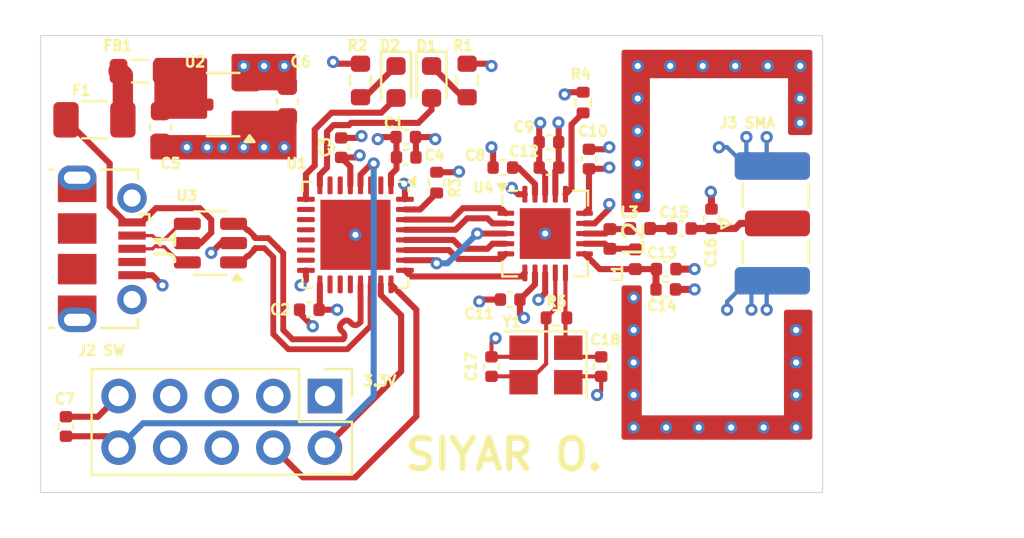
<source format=kicad_pcb>
(kicad_pcb (version 20240108) (generator "pcbnew") (generator_version "8.0")
  (layers (0 "F.Cu" signal) (1 "In1.Cu" power) (2 "In2.Cu" power) (31 "B.Cu" signal) (34 "B.Paste" user) (35 "F.Paste" user) (36 "B.SilkS" user "B.Silkscreen") (37 "F.SilkS" user "F.Silkscreen") (38 "B.Mask" user) (39 "F.Mask" user) (44 "Edge.Cuts" user))
  (net 0 "")
  (net 1 "GND")
  (net 2 "+3.3V")
  (net 3 "NRST")
  (net 4 "Net-(U4-DVDD)")
  (net 5 "nRF_VDD_PA")
  (net 6 "Net-(C15-Pad1)")
  (net 7 "Net-(J3-In)")
  (net 8 "nRF_XC2")
  (net 9 "nRF_XC1")
  (net 10 "+5V")
  (net 11 "Net-(F1-Pad2)")
  (net 16 "USB_conn_DP")
  (net 22 "USB_conn_DN")
  (net 23 "SWCLK")
  (net 25 "SWDIO")
  (net 28 "nRF_ANT1")
  (net 29 "nRF_ANT2")
  (net 30 "/UART2_TX")
  (net 31 "/UART2_RX")
  (net 32 "/Boot0")
  (net 33 "Net-(U4-IREF)")
  (net 34 "SPI3_ICS")
  (net 42 "SPI3_MISO")
  (net 45 "USB_DP")
  (net 46 "SPI3_MOSI")
  (net 47 "NRF_IRQ")
  (net 48 "USB_DN")
  (net 49 "SPI3_SCK")
  (net 54 "NRF_CE")
  (net 55 "/V_in")
  (net 56 "Net-(D1-K)")
  (net 57 "Net-(D2-K)")
  (footprint "Capacitor_SMD:C_0402_1005Metric" (layer "F.Cu") (at 166.03 115)
    (property "Reference" "C12")
    (property "Value" "10nF" (hide yes))
  )
  (footprint "Fuse:Fuse_1206_3216Metric" (layer "F.Cu") (at 143.65 112.65)
    (property "Reference" "F1")
    (property "Value" "100mA" (hide yes))
  )
  (footprint "Capacitor_SMD:C_0402_1005Metric" (layer "F.Cu") (at 171.8 120)
    (property "Reference" "C13")
    (property "Value" "2n2" (hide yes))
  )
  (footprint "Capacitor_SMD:C_0402_1005Metric" (layer "F.Cu") (at 154.23 122 180)
    (property "Reference" "C2")
    (property "Value" "100n" (hide yes))
  )
  (footprint "Capacitor_SMD:C_0402_1005Metric" (layer "F.Cu") (at 171.78 121)
    (property "Reference" "C14")
    (property "Value" "4p7" (hide yes))
  )
  (footprint "Package_DFN_QFN:QFN-20-1EP_4x4mm_P0.5mm_EP2.5x2.5mm" (layer "F.Cu") (at 165.8425 118.25)
    (property "Reference" "U4")
    (property "Value" "NRF24L01" (hide yes))
  )
  (footprint "Inductor_SMD:L_0402_1005Metric" (layer "F.Cu") (at 169.03 118.515 -90)
    (property "Reference" "L2")
    (property "Value" "8n2" (hide yes))
  )
  (footprint "Capacitor_SMD:C_0402_1005Metric" (layer "F.Cu") (at 174.03 117.52 90)
    (property "Reference" "C16")
    (property "Value" "1p" (hide yes))
  )
  (footprint "Capacitor_SMD:C_0603_1608Metric" (layer "F.Cu") (at 153.15 111.75 -90)
    (property "Reference" "C6")
    (property "Value" "1u" (hide yes))
  )
  (footprint "Resistor_SMD:R_0603_1608Metric" (layer "F.Cu") (at 162 110.7125 90)
    (property "Reference" "R1")
    (property "Value" "2k2" (hide yes))
  )
  (footprint "Inductor_SMD:L_0805_2012Metric" (layer "F.Cu") (at 145.9 110.25)
    (property "Reference" "FB1")
    (property "Value" "100 @ 100MHz" (hide yes))
  )
  (footprint "Connector_USB:USB_Micro-B_Molex-105017-0001" (layer "F.Cu") (at 144.0375 119 -90)
    (property "Reference" "J1")
    (property "Value" "USB_B_Micro" (hide yes))
  )
  (footprint "LED_SMD:LED_0603_1608Metric" (layer "F.Cu") (at 158.5 110.7875 -90)
    (property "Reference" "D2")
    (property "Value" "GR" (hide yes))
  )
  (footprint "Crystal:Crystal_SMD_3225-4Pin_3.2x2.5mm" (layer "F.Cu") (at 165.88 124.72 180)
    (property "Reference" "Y1")
    (property "Value" "16MHz" (hide yes))
  )
  (footprint "Resistor_SMD:R_0402_1005Metric" (layer "F.Cu") (at 167.71 111.8 90)
    (property "Reference" "R4")
    (property "Value" "22k" (hide yes))
  )
  (footprint "Resistor_SMD:R_0402_1005Metric" (layer "F.Cu") (at 160.5 115.74 90)
    (property "Reference" "R3")
    (property "Value" "10k" (hide yes))
  )
  (footprint "Connector_PinHeader_2.54mm:PinHeader_2x05_P2.54mm_Vertical" (layer "F.Cu") (at 155 126.25 -90)
    (property "Reference" "J2 SW")
    (property "Value" "SWD_conn" (hide yes))
  )
  (footprint "Capacitor_SMD:C_0402_1005Metric" (layer "F.Cu") (at 172.55 118)
    (property "Reference" "C15")
    (property "Value" "1p5" (hide yes))
  )
  (footprint "Capacitor_SMD:C_0402_1005Metric" (layer "F.Cu") (at 155.8 114.02 90)
    (property "Reference" "C3")
    (property "Value" "100n" (hide yes))
  )
  (footprint "Capacitor_SMD:C_0402_1005Metric" (layer "F.Cu") (at 164.12 121.5 180)
    (property "Reference" "C11")
    (property "Value" "10nF" (hide yes))
  )
  (footprint "LED_SMD:LED_0603_1608Metric" (layer "F.Cu") (at 160.25 110.7875 -90)
    (property "Reference" "D1")
    (property "Value" "YEL" (hide yes))
  )
  (footprint "Resistor_SMD:R_0603_1608Metric" (layer "F.Cu") (at 156.75 110.7125 90)
    (property "Reference" "R2")
    (property "Value" "2k2" (hide yes))
  )
  (footprint "Package_TO_SOT_SMD:SOT-23-3" (layer "F.Cu") (at 149.9875 111.9 180)
    (property "Reference" "U2")
    (property "Value" "XC6206P332MR" (hide yes))
  )
  (footprint "Capacitor_SMD:C_0402_1005Metric" (layer "F.Cu") (at 158.98 113.5)
    (property "Reference" "C1")
    (property "Value" "1u" (hide yes))
  )
  (footprint "Resistor_SMD:R_0402_1005Metric" (layer "F.Cu") (at 166.4 122.4 180)
    (property "Reference" "R5")
    (property "Value" "1M" (hide yes))
  )
  (footprint "Package_TO_SOT_SMD:SOT-23-6" (layer "F.Cu") (at 149.3625 118.7193 180)
    (property "Reference" "U3")
    (property "Value" "USBLC6-2SC6" (hide yes))
  )
  (footprint "Inductor_SMD:L_0402_1005Metric" (layer "F.Cu") (at 170.515 118 180)
    (property "Reference" "L3")
    (property "Value" "3n9" (hide yes))
  )
  (footprint "Capacitor_SMD:C_0402_1005Metric" (layer "F.Cu") (at 142.25 127.75 90)
    (property "Reference" "C7")
    (property "Value" "100n" (hide yes))
  )
  (footprint "Capacitor_SMD:C_0603_1608Metric" (layer "F.Cu") (at 146.9 113 -90)
    (property "Reference" "C5")
    (property "Value" "1u" (hide yes))
  )
  (footprint "Capacitor_SMD:C_0402_1005Metric" (layer "F.Cu") (at 159 114.5)
    (property "Reference" "C4")
    (property "Value" "100n" (hide yes))
  )
  (footprint "Capacitor_SMD:C_0402_1005Metric" (layer "F.Cu") (at 163.76 115 180)
    (property "Reference" "C8")
    (property "Value" "33nF" (hide yes))
  )
  (footprint "Capacitor_SMD:C_0402_1005Metric" (layer "F.Cu") (at 168 114.58 90)
    (property "Reference" "C10")
    (property "Value" "10nF" (hide yes))
  )
  (footprint "Capacitor_SMD:C_0402_1005Metric" (layer "F.Cu") (at 163.2 124.8 90)
    (property "Reference" "C17")
    (property "Value" "12p" (hide yes))
  )
  (footprint "Connector_Coaxial:SMA_Samtec_SMA-J-P-H-ST-EM1_EdgeMount" (layer "F.Cu") (at 177.28 117.75)
    (property "Reference" "J3 SMA")
    (property "Value" "50ohm SMA" (hide yes))
  )
  (footprint "Capacitor_SMD:C_0402_1005Metric" (layer "F.Cu") (at 168.6 124.8 -90)
    (property "Reference" "C18")
    (property "Value" "12p" (hide yes))
  )
  (footprint "Capacitor_SMD:C_0402_1005Metric" (layer "F.Cu") (at 166.03 113.75)
    (property "Reference" "C9")
    (property "Value" "10uF" (hide yes))
  )
  (footprint "Package_DFN_QFN:QFN-32-1EP_5x5mm_P0.5mm_EP3.45x3.45mm" (layer "F.Cu") (at 156.5 118.3125 -90)
    (property "Reference" "U1")
    (property "Value" "STM32L432KBUx" (hide yes))
  )
  (footprint "Inductor_SMD:L_0402_1005Metric" (layer "F.Cu") (at 170.28 119.515 90)
    (property "Reference" "L1")
    (property "Value" "2n7" (hide yes))
  )
  (gr_line (start 141 108.5) (end 179.5 108.5) (stroke (width 0.05)) (layer "Edge.Cuts"))
  (gr_line (start 141 131) (end 141 108.5) (stroke (width 0.05)) (layer "Edge.Cuts"))
  (gr_line (start 179.5 131) (end 141 131) (stroke (width 0.05)) (layer "Edge.Cuts"))
  (gr_line (start 179.5 108.5) (end 179.5 131) (stroke (width 0.05)) (layer "Edge.Cuts"))
  (gr_text "SIYAR O." (at 158.8 130 0) (layer "F.SilkS") (effects (font (size 1.5 1.5) (thickness 0.3) (bold yes)) (justify left bottom)))
  (gr_text "3.3V" (at 156.8 125.8 0) (layer "F.SilkS") (effects (font (size 0.5 0.5) (thickness 0.125) (bold yes)) (justify left bottom)))
  (segment (start 175.825 120.575) (end 175.4 121) (width 0.2) (layer "F.Cu") (net 1))
  (segment (start 160.33 113.5) (end 160.43 113.6) (width 0.3) (layer "F.Cu") (net 1))
  (segment (start 175.75 114.25) (end 175.75 113.5) (width 0.2) (layer "F.Cu") (net 1))
  (segment (start 149.8807 118.7193) (end 149.4 119.2) (width 0.3) (layer "F.Cu") (net 1))
  (segment (start 176.425 120.575) (end 176 121) (width 0.2) (layer "F.Cu") (net 1))
  (segment (start 177.03 114.925) (end 175.725 114.925) (width 0.2) (layer "F.Cu") (net 1))
  (segment (start 163.2 123.6) (end 163.4 123.4) (width 0.2) (layer "F.Cu") (net 1))
  (segment (start 177.03 120.575) (end 177.03 120.72) (width 0.2) (layer "F.Cu") (net 1))
  (segment (start 163.28 114.08) (end 163.2 114) (width 0.3) (layer "F.Cu") (net 1))
  (segment (start 163.28 115) (end 163.28 114.08) (width 0.3) (layer "F.Cu") (net 1))
  (segment (start 153.75 122.1624) (end 154.4 122.8124) (width 0.3) (layer "F.Cu") (net 1))
  (segment (start 145.5 120.3) (end 146.5 120.3) (width 0.3) (layer "F.Cu") (net 1))
  (segment (start 163.2 124.32) (end 163.2 123.6) (width 0.2) (layer "F.Cu") (net 1))
  (segment (start 158.9375 115.8375) (end 158.9 115.8) (width 0.3) (layer "F.Cu") (net 1))
  (segment (start 169 117.027596) (end 169 116.8) (width 0.3) (layer "F.Cu") (net 1))
  (segment (start 174.03 117.04) (end 174.03 116.23) (width 0.3493) (layer "F.Cu") (net 1))
  (segment (start 159.46 113.5) (end 160.33 113.5) (width 0.3) (layer "F.Cu") (net 1))
  (segment (start 176 121) (end 176 122) (width 0.2) (layer "F.Cu") (net 1))
  (segment (start 166.51 115) (end 166.51 113.75) (width 0.3) (layer "F.Cu") (net 1))
  (segment (start 166.3425 115.1675) (end 166.51 115) (width 0.3) (layer "F.Cu") (net 1))
  (segment (start 166.3425 116.3125) (end 166.3425 115.1675) (width 0.3) (layer "F.Cu") (net 1))
  (segment (start 168.6 125.28) (end 167.27 125.28) (width 0.2) (layer "F.Cu") (net 1))
  (segment (start 177.03 114.925) (end 177.575 114.925) (width 0.2) (layer "F.Cu") (net 1))
  (segment (start 155.8 113.54) (end 156.71 113.54) (width 0.3) (layer "F.Cu") (net 1))
  (segment (start 161.57 115.23) (end 161.6 115.2) (width 0.3) (layer "F.Cu") (net 1))
  (segment (start 158.9375 116.5625) (end 158.9375 115.8375) (width 0.3) (layer "F.Cu") (net 1))
  (segment (start 167.71 111.29) (end 166.91 111.29) (width 0.3) (layer "F.Cu") (net 1))
  (segment (start 168.6 125.28) (end 168.6 126) (width 0.2) (layer "F.Cu") (net 1))
  (segment (start 175.725 114.925) (end 175.4 114.6) (width 0.2) (layer "F.Cu") (net 1))
  (segment (start 168.6 126) (end 168.4 126.2) (width 0.2) (layer "F.Cu") (net 1))
  (segment (start 160.5 115.23) (end 161.57 115.23) (width 0.3) (layer "F.Cu") (net 1))
  (segment (start 163.64 121.5) (end 162.7 121.5) (width 0.3) (layer "F.Cu") (net 1))
  (segment (start 146.5 120.3) (end 147 120.8) (width 0.3) (layer "F.Cu") (net 1))
  (segment (start 172.28 120) (end 173.2 120) (width 0.3493) (layer "F.Cu") (net 1))
  (segment (start 176.425 114.925) (end 175.75 114.25) (width 0.2) (layer "F.Cu") (net 1))
  (segment (start 154.0625 120.0625) (end 154.0625 120.5375) (width 0.3) (layer "F.Cu") (net 1))
  (segment (start 155.4875 109.8875) (end 155.4 109.8) (width 0.3) (layer "F.Cu") (net 1))
  (segment (start 167.78 117.75) (end 168.277596 117.75) (width 0.3) (layer "F.Cu") (net 1))
  (segment (start 143.82 127.27) (end 144.84 126.25) (width 0.3) (layer "F.Cu") (net 1))
  (segment (start 177.03 114.78) (end 176.75 114.5) (width 0.2) (layer "F.Cu") (net 1))
  (segment (start 168.9 114.1) (end 169 114) (width 0.3) (layer "F.Cu") (net 1))
  (segment (start 176.425 114.925) (end 176 114.5) (width 0.2) (layer "F.Cu") (net 1))
  (segment (start 164.8425 116.3125) (end 164.5125 116.3125) (width 0.3) (layer "F.Cu") (net 1))
  (segment (start 177.03 120.575) (end 177.075 120.575) (width 0.2) (layer "F.Cu") (net 1))
  (segment (start 166.51 113.75) (end 166.51 112.797726) (width 0.3) (layer "F.Cu") (net 1))
  (segment (start 177.03 120.575) (end 175.825 120.575) (width 0.2) (layer "F.Cu") (net 1))
  (segment (start 150.5 118.7193) (end 149.8807 118.7193) (width 0.3) (layer "F.Cu") (net 1))
  (segment (start 153.75 122) (end 153.75 122.1624) (width 0.3) (layer "F.Cu") (net 1))
  (segment (start 154.0625 120.5375) (end 153.8 120.8) (width 0.3) (layer "F.Cu") (net 1))
  (segment (start 165.8425 121.17674) (end 165.50962 121.50962) (width 0.3) (layer "F.Cu") (net 1))
  (segment (start 166.91 111.29) (end 166.8 111.4) (width 0.3) (layer "F.Cu") (net 1))
  (segment (start 175.825 120.575) (end 174.8 121.6) (width 0.2) (layer "F.Cu") (net 1))
  (segment (start 177.03 120.575) (end 176.425 120.575) (width 0.2) (layer "F.Cu") (net 1))
  (segment (start 163.0875 109.8875) (end 163.2 110) (width 0.3) (layer "F.Cu") (net 1))
  (segment (start 176.75 121) (end 176.75 122) (width 0.2) (layer "F.Cu") (net 1))
  (segment (start 164.5125 116.3125) (end 164.2 116) (width 0.3) (layer "F.Cu") (net 1))
  (segment (start 162 109.8875) (end 163.0875 109.8875) (width 0.3) (layer "F.Cu") (net 1))
  (segment (start 163.2 124.32) (end 164.33 124.32) (width 0.2) (layer "F.Cu") (net 1))
  (segment (start 174.8 114) (end 174.4 114) (width 0.2) (layer "F.Cu") (net 1))
  (segment (start 162.7 121.5) (end 162.6 121.6) (width 0.3) (layer "F.Cu") (net 1))
  (segment (start 177.03 114.925) (end 176.425 114.925) (width 0.2) (layer "F.Cu") (net 1))
  (segment (start 177.075 120.575) (end 177.5 121) (width 0.2) (layer "F.Cu") (net 1))
  (segment (start 156.75 109.8875) (end 155.4875 109.8875) (width 0.3) (layer "F.Cu") (net 1))
  (segment (start 176.75 114.5) (end 176.75 113.5) (width 0.2) (layer "F.Cu") (net 1))
  (segment (start 168 114.1) (end 168.9 114.1) (width 0.3) (layer "F.Cu") (net 1))
  (segment (start 175.725 114.925) (end 174.8 114) (width 0.2) (layer "F.Cu") (net 1))
  (segment (start 177.03 114.72) (end 177.25 114.5) (width 0.2) (layer "F.Cu") (net 1))
  (segment (start 177.03 114.925) (end 177.03 114.78) (width 0.2) (layer "F.Cu") (net 1))
  (segment (start 159.48 113.52) (end 159.46 113.5) (width 0.3) (layer "F.Cu") (net 1))
  (segment (start 174.8 121.6) (end 174.8 122) (width 0.2) (layer "F.Cu") (net 1))
  (segment (start 166.51 112.797726) (end 166.497017 112.784743) (width 0.3) (layer "F.Cu") (net 1))
  (segment (start 164.33 124.32) (end 164.78 123.87) (width 0.2) (layer "F.Cu") (net 1))
  (segment (start 177.03 120.72) (end 176.75 121) (width 0.2) (layer "F.Cu") (net 1))
  (segment (start 156.71 113.54) (end 156.8 113.45) (width 0.3) (layer "F.Cu") (net 1))
  (segment (start 142.25 127.27) (end 143.82 127.27) (width 0.3) (layer "F.Cu") (net 1))
  (segment (start 165.8425 120.1875) (end 165.8425 121.17674) (width 0.3) (layer "F.Cu") (net 1))
  (segment (start 159.48 114.5) (end 159.48 113.52) (width 0.3) (layer "F.Cu") (net 1))
  (segment (start 172.26 121) (end 173.2 121) (width 0.3493) (layer "F.Cu") (net 1))
  (segment (start 168.277596 117.75) (end 169 117.027596) (width 0.3) (layer "F.Cu") (net 1))
  (segment (start 167.27 125.28) (end 166.98 125.57) (width 0.2) (layer "F.Cu") (net 1))
  (segment (start 177.03 114.925) (end 177.03 114.72) (width 0.2) (layer "F.Cu") (net 1))
  (segment (start 177.575 114.925) (end 178 114.5) (width 0.2) (layer "F.Cu") (net 1))
  (segment (start 174.03 116.23) (end 174 116.2) (width 0.3493) (layer "F.Cu") (net 1))
  (via (at 175.75 113.5) (size 0.6) (drill 0.3) (layers "F.Cu" "B.Cu") (net 1))
  (via (at 176.8 110) (size 0.6) (drill 0.3) (layers "F.Cu" "B.Cu") (net 1))
  (via (at 169 114) (size 0.6) (drill 0.3) (layers "F.Cu" "B.Cu") (net 1))
  (via (at 176.6 127.8) (size 0.6) (drill 0.3) (layers "F.Cu" "B.Cu") (net 1))
  (via (at 166.8 111.4) (size 0.6) (drill 0.3) (layers "F.Cu" "B.Cu") (net 1))
  (via (at 170.2 127.8) (size 0.6) (drill 0.3) (layers "F.Cu" "B.Cu") (net 1))
  (via (at 165.8425 118.25) (size 0.6) (drill 0.3) (layers "F.Cu" "B.Cu") (net 1))
  (via (at 165.50962 121.50962) (size 0.6) (drill 0.3) (layers "F.Cu" "B.Cu") (net 1))
  (via (at 174.8 122) (size 0.6) (drill 0.3) (layers "F.Cu" "B.Cu") (net 1))
  (via (at 152 114) (size 0.6) (drill 0.3) (layers "F.Cu" "B.Cu") (net 1))
  (via (at 178.4 112.8) (size 0.6) (drill 0.3) (layers "F.Cu" "B.Cu") (net 1))
  (via (at 149.4 119.2) (size 0.6) (drill 0.3) (layers "F.Cu" "B.Cu") (net 1))
  (via (at 173.6 110) (size 0.6) (drill 0.3) (layers "F.Cu" "B.Cu") (net 1))
  (via (at 158.9 115.8) (size 0.6) (drill 0.3) (layers "F.Cu" "B.Cu") (net 1))
  (via (at 170.4 111.6) (size 0.6) (drill 0.3) (layers "F.Cu" "B.Cu") (net 1))
  (via (at 178.4 111.6) (size 0.6) (drill 0.3) (layers "F.Cu" "B.Cu") (net 1))
  (via (at 163.2 114) (size 0.6) (drill 0.3) (layers "F.Cu" "B.Cu") (net 1))
  (via (at 153 114) (size 0.6) (drill 0.3) (layers "F.Cu" "B.Cu") (net 1))
  (via (at 162.6 121.6) (size 0.6) (drill 0.3) (layers "F.Cu" "B.Cu") (net 1))
  (via (at 170.2 124.6) (size 0.6) (drill 0.3) (layers "F.Cu" "B.Cu") (net 1))
  (via (at 169 116.8) (size 0.6) (drill 0.3) (layers "F.Cu" "B.Cu") (net 1))
  (via (at 156.5 118.3125) (size 0.6) (drill 0.3) (layers "F.Cu" "B.Cu") (net 1))
  (via (at 155.4 109.8) (size 0.6) (drill 0.3) (layers "F.Cu" "B.Cu") (net 1))
  (via (at 154.4 122.8124) (size 0.6) (drill 0.3) (layers "F.Cu" "B.Cu") (net 1))
  (via (at 147 120.8) (size 0.6) (drill 0.3) (layers "F.Cu" "B.Cu") (net 1))
  (via (at 160.43 113.6) (size 0.6) (drill 0.3) (layers "F.Cu" "B.Cu") (net 1))
  (via (at 170.2 123) (size 0.6) (drill 0.3) (layers "F.Cu" "B.Cu") (net 1))
  (via (at 178.2 126.2) (size 0.6) (drill 0.3) (layers "F.Cu" "B.Cu") (net 1))
  (via (at 173.2 121) (size 0.6) (drill 0.3) (layers "F.Cu" "B.Cu") (net 1))
  (via (at 161.6 115.2) (size 0.6) (drill 0.3) (layers "F.Cu" "B.Cu") (net 1))
  (via (at 173.4 127.8) (size 0.6) (drill 0.3) (layers "F.Cu" "B.Cu") (net 1))
  (via (at 178.2 127.8) (size 0.6) (drill 0.3) (layers "F.Cu" "B.Cu") (net 1))
  (via (at 170.4 116.4) (size 0.6) (drill 0.3) (layers "F.Cu" "B.Cu") (net 1))
  (via (at 170.2 121.4) (size 0.6) (drill 0.3) (layers "F.Cu" "B.Cu") (net 1))
  (via (at 170.4 113.2) (size 0.6) (drill 0.3) (layers "F.Cu" "B.Cu") (net 1))
  (via (at 175 127.8) (size 0.6) (drill 0.3) (layers "F.Cu" "B.Cu") (net 1))
  (via (at 168.4 126.2) (size 0.6) (drill 0.3) (layers "F.Cu" "B.Cu") (net 1))
  (via (at 150 114) (size 0.6) (drill 0.3) (layers "F.Cu" "B.Cu") (net 1))
  (via (at 171.8 127.8) (size 0.6) (drill 0.3) (layers "F.Cu" "B.Cu") (net 1))
  (via (at 170.4 114.8) (size 0.6) (drill 0.3) (layers "F.Cu" "B.Cu") (net 1))
  (via (at 174 116.2) (size 0.6) (drill 0.3) (layers "F.Cu" "B.Cu") (net 1))
  (via (at 170.4 110) (size 0.6) (drill 0.3) (layers "F.Cu" "B.Cu") (net 1))
  (via (at 153.8 120.8) (size 0.6) (drill 0.3) (layers "F.Cu" "B.Cu") (net 1))
  (via (at 149.2 114) (size 0.6) (drill 0.3) (layers "F.Cu" "B.Cu") (net 1))
  (via (at 163.4 123.4) (size 0.6) (drill 0.3) (layers "F.Cu" "B.Cu") (net 1))
  (via (at 178.2 123) (size 0.6) (drill 0.3) (layers "F.Cu" "B.Cu") (net 1))
  (via (at 156.8 113.45) (size 0.6) (drill 0.3) (layers "F.Cu" "B.Cu") (net 1))
  (via (at 178.4 110) (size 0.6) (drill 0.3) (layers "F.Cu" "B.Cu") (net 1))
  (via (at 164.2 116) (size 0.6) (drill 0.3) (layers "F.Cu" "B.Cu") (net 1))
  (via (at 175.2 110) (size 0.6) (drill 0.3) (layers "F.Cu" "B.Cu") (net 1))
  (via (at 163.2 110) (size 0.6) (drill 0.3) (layers "F.Cu" "B.Cu") (net 1))
  (via (at 178.2 124.6) (size 0.6) (drill 0.3) (layers "F.Cu" "B.Cu") (net 1))
  (via (at 148.2 114) (size 0.6) (drill 0.3) (layers "F.Cu" "B.Cu") (net 1))
  (via (at 170.2 126.2) (size 0.6) (drill 0.3) (layers "F.Cu" "B.Cu") (net 1))
  (via (at 176.75 113.5) (size 0.6) (drill 0.3) (layers "F.Cu" "B.Cu") (net 1))
  (via (at 151 114) (size 0.6) (drill 0.3) (layers "F.Cu" "B.Cu") (net 1))
  (via (at 173.2 120) (size 0.6) (drill 0.3) (layers "F.Cu" "B.Cu") (net 1))
  (via (at 166.497017 112.784743) (size 0.6) (drill 0.3) (layers "F.Cu" "B.Cu") (net 1))
  (via (at 174.4 114) (size 0.6) (drill 0.3) (layers "F.Cu" "B.Cu") (net 1))
  (via (at 176 122) (size 0.6) (drill 0.3) (layers "F.Cu" "B.Cu") (net 1))
  (via (at 172 110) (size 0.6) (drill 0.3) (layers "F.Cu" "B.Cu") (net 1))
  (via (at 176.75 122) (size 0.6) (drill 0.3) (layers "F.Cu" "B.Cu") (net 1))
  (segment (start 174.8 114) (end 174.4 114) (width 0.2) (layer "B.Cu") (net 1))
  (segment (start 177.03 114.925) (end 176.175 114.925) (width 0.2) (layer "B.Cu") (net 1))
  (segment (start 176.75 121) (end 177.03 120.72) (width 0.2) (layer "B.Cu") (net 1))
  (segment (start 175.825 120.575) (end 174.8 121.6) (width 0.2) (layer "B.Cu") (net 1))
  (segment (start 176 121) (end 176.425 120.575) (width 0.2) (layer "B.Cu") (net 1))
  (segment (start 177.03 114.925) (end 177.03 114.78) (width 0.2) (layer "B.Cu") (net 1))
  (segment (start 177.5 121) (end 177.075 120.575) (width 0.2) (layer "B.Cu") (net 1))
  (segment (start 176.75 114.5) (end 176.75 113.5) (width 0.2) (layer "B.Cu") (net 1))
  (segment (start 175.75 114.5) (end 175.75 113.5) (width 0.2) (layer "B.Cu") (net 1))
  (segment (start 176.75 114.5) (end 177.03 114.78) (width 0.2) (layer "B.Cu") (net 1))
  (segment (start 177.03 120.575) (end 176.425 120.575) (width 0.2) (layer "B.Cu") (net 1))
  (segment (start 175.75 114.5) (end 176.175 114.925) (width 0.2) (layer "B.Cu") (net 1))
  (segment (start 177.5 114.5) (end 177.075 114.925) (width 0.2) (layer "B.Cu") (net 1))
  (segment (start 176.75 121) (end 176.75 122) (width 0.2) (layer "B.Cu") (net 1))
  (segment (start 175.725 114.925) (end 174.8 114) (width 0.2) (layer "B.Cu") (net 1))
  (segment (start 176 121) (end 176 122) (width 0.2) (layer "B.Cu") (net 1))
  (segment (start 177.03 114.925) (end 175.725 114.925) (width 0.2) (layer "B.Cu") (net 1))
  (segment (start 177.03 120.575) (end 177.03 120.72) (width 0.2) (layer "B.Cu") (net 1))
  (segment (start 177.03 114.925) (end 177.075 114.925) (width 0.2) (layer "B.Cu") (net 1))
  (segment (start 177.03 120.575) (end 175.825 120.575) (width 0.2) (layer "B.Cu") (net 1))
  (segment (start 177.03 120.575) (end 177.075 120.575) (width 0.2) (layer "B.Cu") (net 1))
  (segment (start 174.8 121.6) (end 174.8 122) (width 0.2) (layer "B.Cu") (net 1))
  (segment (start 154.75 121.96) (end 154.71 122) (width 0.3) (layer "F.Cu") (net 2))
  (segment (start 165.8425 115.2925) (end 165.55 115) (width 0.3) (layer "F.Cu") (net 2))
  (segment (start 165.8425 116.3125) (end 165.8425 115.2925) (width 0.3) (layer "F.Cu") (net 2))
  (segment (start 154.75 120.75) (end 154.75 121.96) (width 0.3) (layer "F.Cu") (net 2))
  (segment (start 158.25 115.875) (end 158.25 115.35) (width 0.3) (layer "F.Cu") (net 2))
  (segment (start 164.6 121.5) (end 164.6 122.2) (width 0.3) (layer "F.Cu") (net 2))
  (segment (start 165.55 115) (end 165.55 113.75) (width 0.3) (layer "F.Cu") (net 2))
  (segment (start 155.8 114.5) (end 156.606711 114.5) (width 0.3) (layer "F.Cu") (net 2))
  (segment (start 165.3425 120.1875) (end 165.3425 120.7575) (width 0.3) (layer "F.Cu") (net 2))
  (segment (start 164.6 122.2) (end 164.8 122.4) (width 0.3) (layer "F.Cu") (net 2))
  (segment (start 158.52 115.08) (end 158.52 114.5) (width 0.3) (layer "F.Cu") (net 2))
  (segment (start 165.3425 120.7575) (end 164.6 121.5) (width 0.3) (layer "F.Cu") (net 2))
  (segment (start 156.606711 114.5) (end 156.707821 114.39889) (width 0.3) (layer "F.Cu") (net 2))
  (segment (start 158.52 113.52) (end 158.5 113.5) (width 0.3) (layer "F.Cu") (net 2))
  (segment (start 168 115.06) (end 168 117.03) (width 0.3) (layer "F.Cu") (net 2))
  (segment (start 157.7 113.5) (end 157.6 113.6) (width 0.3) (layer "F.Cu") (net 2))
  (segment (start 158.5 113.5) (end 157.7 113.5) (width 0.3) (layer "F.Cu") (net 2))
  (segment (start 168.94 115.06) (end 169 115) (width 0.3) (layer "F.Cu") (net 2))
  (segment (start 154.71 122) (end 155.6 122) (width 0.3) (layer "F.Cu") (net 2))
  (segment (start 158.25 115.35) (end 158.52 115.08) (width 0.3) (layer "F.Cu") (net 2))
  (segment (start 156.25 115.875) (end 156.25 114.95) (width 0.3) (layer "F.Cu") (net 2))
  (segment (start 165.55 113.75) (end 165.55 112.85) (width 0.3) (layer "F.Cu") (net 2))
  (segment (start 158.52 114.5) (end 158.52 113.52) (width 0.3) (layer "F.Cu") (net 2))
  (segment (start 156.25 114.95) (end 155.8 114.5) (width 0.3) (layer "F.Cu") (net 2))
  (segment (start 168 117.03) (end 167.78 117.25) (width 0.3) (layer "F.Cu") (net 2))
  (segment (start 168 115.06) (end 168.94 115.06) (width 0.3) (layer "F.Cu") (net 2))
  (segment (start 165.55 112.85) (end 165.6 112.8) (width 0.3) (layer "F.Cu") (net 2))
  (via (at 157.6 113.6) (size 0.6) (drill 0.3) (layers "F.Cu" "B.Cu") (net 2))
  (via (at 164.8 122.4) (size 0.6) (drill 0.3) (layers "F.Cu" "B.Cu") (net 2))
  (via (at 151 110) (size 0.6) (drill 0.3) (layers "F.Cu" "B.Cu") (net 2))
  (via (at 152 110) (size 0.6) (drill 0.3) (layers "F.Cu" "B.Cu") (net 2))
  (via (at 155.6 122) (size 0.6) (drill 0.3) (layers "F.Cu" "B.Cu") (net 2))
  (via (at 165.6 112.8) (size 0.6) (drill 0.3) (layers "F.Cu" "B.Cu") (net 2))
  (via (at 153 110) (size 0.6) (drill 0.3) (layers "F.Cu" "B.Cu") (net 2))
  (via (at 156.707821 114.39889) (size 0.6) (drill 0.3) (layers "F.Cu" "B.Cu") (net 2))
  (via (at 169 115) (size 0.6) (drill 0.3) (layers "F.Cu" "B.Cu") (net 2))
  (segment (start 156.75 115.352404) (end 157.302404 114.8) (width 0.3) (layer "F.Cu") (net 3))
  (segment (start 156.75 115.875) (end 156.75 115.352404) (width 0.3) (layer "F.Cu") (net 3))
  (segment (start 142.25 128.23) (end 144.28 128.23) (width 0.3) (layer "F.Cu") (net 3))
  (segment (start 157.302404 114.8) (end 157.4 114.8) (width 0.3) (layer "F.Cu") (net 3))
  (segment (start 144.28 128.23) (end 144.84 128.79) (width 0.3) (layer "F.Cu") (net 3))
  (via (at 157.4 114.8) (size 0.6) (drill 0.3) (layers "F.Cu" "B.Cu") (net 3))
  (segment (start 146.04 127.59) (end 144.84 128.79) (width 0.3) (layer "B.Cu") (net 3))
  (segment (start 157.4 126.25) (end 156.06 127.59) (width 0.3) (layer "B.Cu") (net 3))
  (segment (start 156.06 127.59) (end 146.04 127.59) (width 0.3) (layer "B.Cu") (net 3))
  (segment (start 157.4 114.8) (end 157.4 126.25) (width 0.3) (layer "B.Cu") (net 3))
  (segment (start 165.3425 116.3125) (end 165.3425 115.814904) (width 0.3) (layer "F.Cu") (net 4))
  (segment (start 164.527596 115) (end 164.24 115) (width 0.3) (layer "F.Cu") (net 4))
  (segment (start 165.3425 115.814904) (end 164.527596 115) (width 0.3) (layer "F.Cu") (net 4))
  (segment (start 170.28 120) (end 171.32 120) (width 0.3) (layer "F.Cu") (net 5))
  (segment (start 171.3 120.02) (end 171.32 120) (width 0.3493) (layer "F.Cu") (net 5))
  (segment (start 171.3 121) (end 171.3 120.02) (width 0.3493) (layer "F.Cu") (net 5))
  (segment (start 167.78 119.25) (end 168.53 120) (width 0.3) (layer "F.Cu") (net 5))
  (segment (start 168.53 120) (end 170.28 120) (width 0.3) (layer "F.Cu") (net 5))
  (segment (start 172.07 118) (end 171 118) (width 0.3493) (layer "F.Cu") (net 6))
  (segment (start 175.45 117.75) (end 175.2 118) (width 0.3493) (layer "F.Cu") (net 7))
  (segment (start 177.28 117.75) (end 175.45 117.75) (width 0.3493) (layer "F.Cu") (net 7))
  (segment (start 174.03 118) (end 173.03 118) (width 0.3493) (layer "F.Cu") (net 7))
  (segment (start 175.2 118) (end 174.03 118) (width 0.3493) (layer "F.Cu") (net 7))
  (segment (start 164.49 125.28) (end 164.78 125.57) (width 0.2) (layer "F.Cu") (net 8))
  (segment (start 166.3425 120.1875) (end 166.3425 121.9475) (width 0.2) (layer "F.Cu") (net 8))
  (segment (start 164.98 125.57) (end 164.78 125.57) (width 0.2) (layer "F.Cu") (net 8))
  (segment (start 163.2 125.28) (end 164.49 125.28) (width 0.2) (layer "F.Cu") (net 8))
  (segment (start 165.89 122.4) (end 165.89 124.66) (width 0.2) (layer "F.Cu") (net 8))
  (segment (start 165.89 124.66) (end 164.98 125.57) (width 0.2) (layer "F.Cu") (net 8))
  (segment (start 166.3425 121.9475) (end 165.89 122.4) (width 0.2) (layer "F.Cu") (net 8))
  (segment (start 166.8425 120.1875) (end 166.8425 123.7325) (width 0.2) (layer "F.Cu") (net 9))
  (segment (start 167.43 124.32) (end 166.98 123.87) (width 0.2) (layer "F.Cu") (net 9))
  (segment (start 168.6 124.32) (end 167.43 124.32) (width 0.2) (layer "F.Cu") (net 9))
  (segment (start 166.8425 123.7325) (end 166.98 123.87) (width 0.2) (layer "F.Cu") (net 9))
  (segment (start 149.4 117.570538) (end 148.829462 117) (width 0.3) (layer "F.Cu") (net 10))
  (segment (start 145.17972 117.7) (end 144.4 116.92028) (width 0.3) (layer "F.Cu") (net 10))
  (segment (start 149.4 118.206799) (end 149.4 117.570538) (width 0.3) (layer "F.Cu") (net 10))
  (segment (start 144.4 116.92028) (end 144.4 114.8) (width 0.3) (layer "F.Cu") (net 10))
  (segment (start 148.829462 117) (end 146.675 117) (width 0.3) (layer "F.Cu") (net 10))
  (segment (start 145.975 117.7) (end 145.5 117.7) (width 0.3) (layer "F.Cu") (net 10))
  (segment (start 146.675 117) (end 145.975 117.7) (width 0.3) (layer "F.Cu") (net 10))
  (segment (start 148.887499 118.7193) (end 149.4 118.206799) (width 0.3) (layer "F.Cu") (net 10))
  (segment (start 145.5 117.7) (end 145.17972 117.7) (width 0.3) (layer "F.Cu") (net 10))
  (segment (start 144.4 114.8) (end 142.25 112.65) (width 0.3) (layer "F.Cu") (net 10))
  (segment (start 148.225 118.7193) (end 148.887499 118.7193) (width 0.3) (layer "F.Cu") (net 10))
  (segment (start 145.05 110.4625) (end 144.8375 110.25) (width 1) (layer "F.Cu") (net 11))
  (segment (start 145.05 112.65) (end 145.05 110.4625) (width 1) (layer "F.Cu") (net 11))
  (segment (start 146.761699 118.9) (end 146.717399 118.8557) (width 0.1582) (layer "F.Cu") (net 16))
  (segment (start 146.717399 118.8557) (end 146.656801 118.8557) (width 0.1582) (layer "F.Cu") (net 16))
  (segment (start 148.225 119.6693) (end 147.8625 119.6693) (width 0.1582) (layer "F.Cu") (net 16))
  (segment (start 146.512501 119) (end 145.5 119) (width 0.1582) (layer "F.Cu") (net 16))
  (segment (start 147.8625 119.6693) (end 147.0932 118.9) (width 0.1582) (layer "F.Cu") (net 16))
  (segment (start 146.656801 118.8557) (end 146.512501 119) (width 0.1582) (layer "F.Cu") (net 16))
  (segment (start 147.0932 118.9) (end 146.761699 118.9) (width 0.1582) (layer "F.Cu") (net 16))
  (segment (start 146.8557 118.4943) (end 146.656801 118.4943) (width 0.1582) (layer "F.Cu") (net 22))
  (segment (start 146.512501 118.35) (end 145.5 118.35) (width 0.1582) (layer "F.Cu") (net 22))
  (segment (start 147.0932 118.5386) (end 146.9 118.5386) (width 0.1582) (layer "F.Cu") (net 22))
  (segment (start 148.225 117.7693) (end 147.8625 117.7693) (width 0.1582) (layer "F.Cu") (net 22))
  (segment (start 146.9 118.5386) (end 146.8557 118.4943) (width 0.1582) (layer "F.Cu") (net 22))
  (segment (start 146.656801 118.4943) (end 146.512501 118.35) (width 0.1582) (layer "F.Cu") (net 22))
  (segment (start 147.8625 117.7693) (end 147.0932 118.5386) (width 0.1582) (layer "F.Cu") (net 22))
  (segment (start 159.5 122) (end 159.5 127.25) (width 0.3) (layer "F.Cu") (net 23))
  (segment (start 159.5 127.25) (end 156.5 130.25) (width 0.3) (layer "F.Cu") (net 23))
  (segment (start 156.5 130.25) (end 153.92 130.25) (width 0.3) (layer "F.Cu") (net 23))
  (segment (start 153.92 130.25) (end 152.46 128.79) (width 0.3) (layer "F.Cu") (net 23))
  (segment (start 158.25 120.75) (end 159.5 122) (width 0.3) (layer "F.Cu") (net 23))
  (segment (start 158.75 125.04) (end 155 128.79) (width 0.3) (layer "F.Cu") (net 25))
  (segment (start 157.75 120.75) (end 157.75 121.272596) (width 0.3) (layer "F.Cu") (net 25))
  (segment (start 158.75 122.272596) (end 158.75 125.04) (width 0.3) (layer "F.Cu") (net 25))
  (segment (start 157.75 121.272596) (end 158.75 122.272596) (width 0.3) (layer "F.Cu") (net 25))
  (segment (start 170.25 119) (end 170.28 119.03) (width 0.3) (layer "F.Cu") (net 28))
  (segment (start 168.78 118.75) (end 167.78 118.75) (width 0.3) (layer "F.Cu") (net 28))
  (segment (start 169.03 119) (end 168.78 118.75) (width 0.3) (layer "F.Cu") (net 28))
  (segment (start 169.03 119) (end 170.25 119) (width 0.3) (layer "F.Cu") (net 28))
  (segment (start 169.03 118.03) (end 168.81 118.25) (width 0.3) (layer "F.Cu") (net 29))
  (segment (start 168.81 118.25) (end 167.78 118.25) (width 0.3) (layer "F.Cu") (net 29))
  (segment (start 170 118.03) (end 170.03 118) (width 0.3) (layer "F.Cu") (net 29))
  (segment (start 169.03 118.03) (end 170 118.03) (width 0.3) (layer "F.Cu") (net 29))
  (segment (start 155.423154 112.91) (end 156.176846 112.91) (width 0.3) (layer "F.Cu") (net 30))
  (segment (start 154.75 115.352404) (end 155.102404 115) (width 0.3) (layer "F.Cu") (net 30))
  (segment (start 154.75 115.875) (end 154.75 115.352404) (width 0.3) (layer "F.Cu") (net 30))
  (segment (start 155.102404 113.23075) (end 155.423154 112.91) (width 0.3) (layer "F.Cu") (net 30))
  (segment (start 159.6 112.8) (end 160.25 112.15) (width 0.3) (layer "F.Cu") (net 30))
  (segment (start 156.176846 112.91) (end 156.286846 112.8) (width 0.3) (layer "F.Cu") (net 30))
  (segment (start 160.25 112.15) (end 160.25 111.575) (width 0.3) (layer "F.Cu") (net 30))
  (segment (start 156.286846 112.8) (end 159.6 112.8) (width 0.3) (layer "F.Cu") (net 30))
  (segment (start 155.102404 115) (end 155.102404 113.23075) (width 0.3) (layer "F.Cu") (net 30))
  (segment (start 154.497649 114.897649) (end 154.497649 113.128398) (width 0.3) (layer "F.Cu") (net 31))
  (segment (start 154.0625 115.332798) (end 154.497649 114.897649) (width 0.3) (layer "F.Cu") (net 31))
  (segment (start 154.497649 113.128398) (end 155.326047 112.3) (width 0.3) (layer "F.Cu") (net 31))
  (segment (start 154.0625 116.5625) (end 154.0625 115.332798) (width 0.3) (layer "F.Cu") (net 31))
  (segment (start 157.775 112.3) (end 158.5 111.575) (width 0.3) (layer "F.Cu") (net 31))
  (segment (start 155.326047 112.3) (end 157.775 112.3) (width 0.3) (layer "F.Cu") (net 31))
  (segment (start 159.6875 117.0625) (end 160.5 116.25) (width 0.3) (layer "F.Cu") (net 32))
  (segment (start 158.9375 117.0625) (end 159.6875 117.0625) (width 0.3) (layer "F.Cu") (net 32))
  (segment (start 167.71 112.31) (end 167.14 112.88) (width 0.3) (layer "F.Cu") (net 33))
  (segment (start 167.14 116.015) (end 166.8425 116.3125) (width 0.3) (layer "F.Cu") (net 33))
  (segment (start 167.14 112.88) (end 167.14 116.015) (width 0.3) (layer "F.Cu") (net 33))
  (segment (start 163.25 117.75) (end 163.905 117.75) (width 0.3) (layer "F.Cu") (net 34))
  (segment (start 158.9375 118.0625) (end 161.4375 118.0625) (width 0.3) (layer "F.Cu") (net 34))
  (segment (start 162 117.5) (end 163 117.5) (width 0.3) (layer "F.Cu") (net 34))
  (segment (start 161.4375 118.0625) (end 162 117.5) (width 0.3) (layer "F.Cu") (net 34))
  (segment (start 163 117.5) (end 163.25 117.75) (width 0.3) (layer "F.Cu") (net 34))
  (segment (start 158.9375 119.0625) (end 161.105394 119.0625) (width 0.3) (layer "F.Cu") (net 42))
  (segment (start 161.105394 119.0625) (end 161.542894 119.5) (width 0.3) (layer "F.Cu") (net 42))
  (segment (start 163.655 119.5) (end 163.905 119.25) (width 0.3) (layer "F.Cu") (net 42))
  (segment (start 161.542894 119.5) (end 163.655 119.5) (width 0.3) (layer "F.Cu") (net 42))
  (segment (start 157.2446 121.411651) (end 157.25 121.406251) (width 0.286) (layer "F.Cu") (net 45))
  (segment (start 157.25 121.406251) (end 157.25 120.75) (width 0.286) (layer "F.Cu") (net 45))
  (segment (start 151.5055 119.077664) (end 151.5055 119.0263) (width 0.286) (layer "F.Cu") (net 45))
  (segment (start 150.8625 119.6693) (end 151.1695 119.3623) (width 0.286) (layer "F.Cu") (net 45))
  (segment (start 151.5055 119.0263) (end 151.5679 118.9639) (width 0.286) (layer "F.Cu") (net 45))
  (segment (start 153.198682 123.9446) (end 156.101318 123.9446) (width 0.286) (layer "F.Cu") (net 45))
  (segment (start 151.220864 119.3623) (end 151.5055 119.077664) (width 0.286) (layer "F.Cu") (net 45))
  (segment (start 156.101318 123.9446) (end 157.2446 122.801318) (width 0.286) (layer "F.Cu") (net 45))
  (segment (start 152.010405 118.9639) (end 152.4554 119.408895) (width 0.286) (layer "F.Cu") (net 45))
  (segment (start 151.1695 119.3623) (end 151.220864 119.3623) (width 0.286) (layer "F.Cu") (net 45))
  (segment (start 157.2446 122.801318) (end 157.2446 121.411651) (width 0.286) (layer "F.Cu") (net 45))
  (segment (start 150.5 119.6693) (end 150.8625 119.6693) (width 0.286) (layer "F.Cu") (net 45))
  (segment (start 152.4554 119.408895) (end 152.4554 123.201318) (width 0.286) (layer "F.Cu") (net 45))
  (segment (start 151.5679 118.9639) (end 152.010405 118.9639) (width 0.286) (layer "F.Cu") (net 45))
  (segment (start 152.4554 123.201318) (end 153.198682 123.9446) (width 0.286) (layer "F.Cu") (net 45))
  (segment (start 158.9375 118.5625) (end 161.3125 118.5625) (width 0.3) (layer "F.Cu") (net 46))
  (segment (start 161.3125 118.5625) (end 161.75 119) (width 0.3) (layer "F.Cu") (net 46))
  (segment (start 163.25 118.75) (end 163.905 118.75) (width 0.3) (layer "F.Cu") (net 46))
  (segment (start 163 119) (end 163.25 118.75) (width 0.3) (layer "F.Cu") (net 46))
  (segment (start 161.75 119) (end 163 119) (width 0.3) (layer "F.Cu") (net 46))
  (segment (start 164.6675 120.3625) (end 164.8425 120.1875) (width 0.3) (layer "F.Cu") (net 47))
  (segment (start 159.2375 120.3625) (end 164.6675 120.3625) (width 0.3) (layer "F.Cu") (net 47))
  (segment (start 158.9375 120.0625) (end 159.2375 120.3625) (width 0.3) (layer "F.Cu") (net 47))
  (segment (start 156.7554 121.411651) (end 156.75 121.406251) (width 0.286) (layer "F.Cu") (net 48))
  (segment (start 156.66236 122.691725) (end 156.747212 122.606871) (width 0.286) (layer "F.Cu") (net 48))
  (segment (start 151.5679 118.4747) (end 152.213041 118.4747) (width 0.286) (layer "F.Cu") (net 48))
  (segment (start 156.7554 122.598682) (end 156.7554 121.921877) (width 0.286) (layer "F.Cu") (net 48))
  (segment (start 155.80585 122.683746) (end 155.890705 122.598892) (width 0.286) (layer "F.Cu") (net 48))
  (segment (start 156.747212 122.606871) (end 156.7554 122.598682) (width 0.286) (layer "F.Cu") (net 48))
  (segment (start 156.230115 122.598893) (end 156.322948 122.691726) (width 0.286) (layer "F.Cu") (net 48))
  (segment (start 152.213041 118.4747) (end 152.9446 119.206259) (width 0.286) (layer "F.Cu") (net 48))
  (segment (start 150.8625 117.7693) (end 151.1695 118.0763) (width 0.286) (layer "F.Cu") (net 48))
  (segment (start 150.5 117.7693) (end 150.8625 117.7693) (width 0.286) (layer "F.Cu") (net 48))
  (segment (start 155.637886 123.4554) (end 155.898682 123.4554) (width 0.286) (layer "F.Cu") (net 48))
  (segment (start 156.7554 121.921877) (end 156.7554 121.411651) (width 0.286) (layer "F.Cu") (net 48))
  (segment (start 151.5055 118.360936) (end 151.5055 118.4123) (width 0.286) (layer "F.Cu") (net 48))
  (segment (start 156.75 121.406251) (end 156.75 120.75) (width 0.286) (layer "F.Cu") (net 48))
  (segment (start 151.1695 118.0763) (end 151.220864 118.0763) (width 0.286) (layer "F.Cu") (net 48))
  (segment (start 151.5055 118.4123) (end 151.5679 118.4747) (width 0.286) (layer "F.Cu") (net 48))
  (segment (start 154.987886 123.4554) (end 155.637886 123.4554) (width 0.286) (layer "F.Cu") (net 48))
  (segment (start 152.9446 119.206259) (end 152.9446 122.998682) (width 0.286) (layer "F.Cu") (net 48))
  (segment (start 151.220864 118.0763) (end 151.5055 118.360936) (width 0.286) (layer "F.Cu") (net 48))
  (segment (start 153.401318 123.4554) (end 154.987886 123.4554) (width 0.286) (layer "F.Cu") (net 48))
  (segment (start 155.898683 123.115988) (end 155.805851 123.023156) (width 0.286) (layer "F.Cu") (net 48))
  (segment (start 152.9446 122.998682) (end 153.401318 123.4554) (width 0.286) (layer "F.Cu") (net 48))
  (arc (start 156.322948 122.691726) (mid 156.492653 122.762021) (end 156.66236 122.691725) (width 0.286) (layer "F.Cu") (net 48))
  (arc (start 155.890705 122.598892) (mid 156.06041 122.528598) (end 156.230115 122.598893) (width 0.286) (layer "F.Cu") (net 48))
  (arc (start 155.898682 123.4554) (mid 155.968977 123.285694) (end 155.898683 123.115988) (width 0.286) (layer "F.Cu") (net 48))
  (arc (start 155.805851 123.023156) (mid 155.735557 122.85345) (end 155.80585 122.683746) (width 0.286) (layer "F.Cu") (net 48))
  (segment (start 160.35 119.5625) (end 160.5 119.7125) (width 0.3) (layer "F.Cu") (net 49))
  (segment (start 162.5 118.25) (end 163.905 118.25) (width 0.3) (layer "F.Cu") (net 49))
  (segment (start 158.9375 119.5625) (end 160.35 119.5625) (width 0.3) (layer "F.Cu") (net 49))
  (via (at 162.5 118.25) (size 0.6) (drill 0.3) (layers "F.Cu" "B.Cu") (net 49))
  (via (at 160.5 119.7125) (size 0.6) (drill 0.3) (layers "F.Cu" "B.Cu") (net 49))
  (segment (start 160.5 119.7125) (end 161.0375 119.7125) (width 0.3) (layer "B.Cu") (net 49))
  (segment (start 161.0375 119.7125) (end 162.5 118.25) (width 0.3) (layer "B.Cu") (net 49))
  (segment (start 158.9375 117.5625) (end 161.230394 117.5625) (width 0.3) (layer "F.Cu") (net 54))
  (segment (start 161.230394 117.5625) (end 161.5 117.292893) (width 0.3) (layer "F.Cu") (net 54))
  (segment (start 163.655 117) (end 163.905 117.25) (width 0.3) (layer "F.Cu") (net 54))
  (segment (start 161.792893 117) (end 163.655 117) (width 0.3) (layer "F.Cu") (net 54))
  (segment (start 161.5 117.292893) (end 161.792893 117) (width 0.3) (layer "F.Cu") (net 54))
  (segment (start 161.7875 111.5375) (end 160.25 110) (width 0.3) (layer "F.Cu") (net 56))
  (segment (start 162 111.5375) (end 161.7875 111.5375) (width 0.3) (layer "F.Cu") (net 56))
  (segment (start 156.9625 111.5375) (end 158.5 110) (width 0.3) (layer "F.Cu") (net 57))
  (segment (start 156.75 111.5375) (end 156.9625 111.5375) (width 0.3) (layer "F.Cu") (net 57))
  (zone (net 1) (net_name "GND") (layer "F.Cu") (name "Guard ring") (priority 6) (connect_pads yes (clearance 0.25)) (min_thickness 0.25) (fill yes (thermal_gap 0.5) (thermal_bridge_width 0.5))
    (polygon (pts (xy 170.6 120.8) (xy 170.6 127.2) (xy 177.6 127.2) (xy 177.6 122) (xy 179 122) (xy 179 128.4) (xy 169.6 128.4) (xy 169.6 120.8)))
  )
  (zone (net 55) (net_name "/V_in") (layer "F.Cu") (name "GND") (priority 5) (connect_pads yes (clearance 0.5)) (min_thickness 0.25) (fill yes (thermal_gap 0.5) (thermal_bridge_width 0.5) (island_removal_mode 1) (island_area_min 10))
    (polygon (pts (xy 146.6 109.6) (xy 146.6 112.6) (xy 149.2 112.6) (xy 149.2 109.6)))
  )
  (zone (net 1) (net_name "GND") (layer "F.Cu") (name "Guard ring") (connect_pads yes (clearance 0)) (min_thickness 0.25) (fill yes (thermal_gap 0.5) (thermal_bridge_width 0.5))
    (polygon (pts (xy 171 117.2) (xy 169.6 117.2) (xy 169.6 109.2) (xy 179.2 109.2) (xy 179.2 113.4) (xy 177.8 113.4) (xy 177.8 110.6) (xy 171 110.6)))
  )
  (zone (net 1) (net_name "GND") (layer "F.Cu") (name "GND") (priority 3) (connect_pads yes (clearance 0.5)) (min_thickness 0.25) (fill yes (thermal_gap 0.5) (thermal_bridge_width 0.5) (island_removal_mode 1) (island_area_min 10))
    (polygon (pts (xy 153.6 112.2) (xy 150.4 112.2) (xy 150.4 113.4) (xy 146.4 113.4) (xy 146.4 114.6) (xy 153.6 114.6)))
  )
  (zone (net 2) (net_name "+3.3V") (layer "F.Cu") (name "3.3V") (priority 4) (connect_pads yes (clearance 0.5)) (min_thickness 0.25) (fill yes (thermal_gap 0.5) (thermal_bridge_width 0.5) (island_removal_mode 1) (island_area_min 10))
    (polygon (pts (xy 153.6 111.2) (xy 150.4 111.2) (xy 150.4 109.4) (xy 153.6 109.4)))
  )
)
</source>
